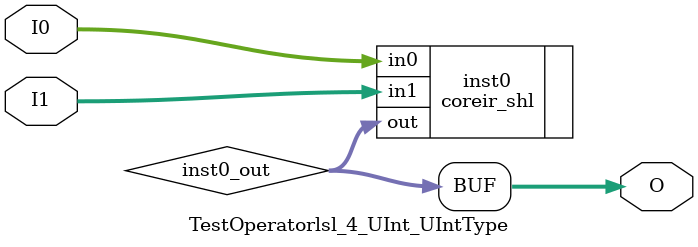
<source format=v>
module TestOperatorlsl_4_UInt_UIntType (input [3:0] I0, input [3:0] I1, output [3:0] O);
wire [3:0] inst0_out;
coreir_shl inst0 (.in0(I0), .in1(I1), .out(inst0_out));
assign O = inst0_out;
endmodule


</source>
